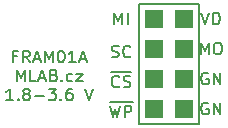
<source format=gbr>
%TF.GenerationSoftware,KiCad,Pcbnew,7.0.5.1-1-g8f565ef7f0-dirty-deb11*%
%TF.CreationDate,2023-07-20T12:04:26+00:00*%
%TF.ProjectId,FRAM01,4652414d-3031-42e6-9b69-6361645f7063,rev?*%
%TF.SameCoordinates,Original*%
%TF.FileFunction,Legend,Top*%
%TF.FilePolarity,Positive*%
%FSLAX46Y46*%
G04 Gerber Fmt 4.6, Leading zero omitted, Abs format (unit mm)*
G04 Created by KiCad (PCBNEW 7.0.5.1-1-g8f565ef7f0-dirty-deb11) date 2023-07-20 12:04:26*
%MOMM*%
%LPD*%
G01*
G04 APERTURE LIST*
%ADD10C,0.150000*%
%ADD11R,1.524000X1.524000*%
G04 APERTURE END LIST*
D10*
X150042667Y-82004819D02*
X150376000Y-83004819D01*
X150376000Y-83004819D02*
X150709333Y-82004819D01*
X151042667Y-83004819D02*
X151042667Y-82004819D01*
X151042667Y-82004819D02*
X151280762Y-82004819D01*
X151280762Y-82004819D02*
X151423619Y-82052438D01*
X151423619Y-82052438D02*
X151518857Y-82147676D01*
X151518857Y-82147676D02*
X151566476Y-82242914D01*
X151566476Y-82242914D02*
X151614095Y-82433390D01*
X151614095Y-82433390D02*
X151614095Y-82576247D01*
X151614095Y-82576247D02*
X151566476Y-82766723D01*
X151566476Y-82766723D02*
X151518857Y-82861961D01*
X151518857Y-82861961D02*
X151423619Y-82957200D01*
X151423619Y-82957200D02*
X151280762Y-83004819D01*
X151280762Y-83004819D02*
X151042667Y-83004819D01*
X150614095Y-87132438D02*
X150518857Y-87084819D01*
X150518857Y-87084819D02*
X150376000Y-87084819D01*
X150376000Y-87084819D02*
X150233143Y-87132438D01*
X150233143Y-87132438D02*
X150137905Y-87227676D01*
X150137905Y-87227676D02*
X150090286Y-87322914D01*
X150090286Y-87322914D02*
X150042667Y-87513390D01*
X150042667Y-87513390D02*
X150042667Y-87656247D01*
X150042667Y-87656247D02*
X150090286Y-87846723D01*
X150090286Y-87846723D02*
X150137905Y-87941961D01*
X150137905Y-87941961D02*
X150233143Y-88037200D01*
X150233143Y-88037200D02*
X150376000Y-88084819D01*
X150376000Y-88084819D02*
X150471238Y-88084819D01*
X150471238Y-88084819D02*
X150614095Y-88037200D01*
X150614095Y-88037200D02*
X150661714Y-87989580D01*
X150661714Y-87989580D02*
X150661714Y-87656247D01*
X150661714Y-87656247D02*
X150471238Y-87656247D01*
X151090286Y-88084819D02*
X151090286Y-87084819D01*
X151090286Y-87084819D02*
X151661714Y-88084819D01*
X151661714Y-88084819D02*
X151661714Y-87084819D01*
X142684572Y-83004819D02*
X142684572Y-82004819D01*
X142684572Y-82004819D02*
X143017905Y-82719104D01*
X143017905Y-82719104D02*
X143351238Y-82004819D01*
X143351238Y-82004819D02*
X143351238Y-83004819D01*
X143827429Y-83004819D02*
X143827429Y-82004819D01*
X134421904Y-85697009D02*
X134088571Y-85697009D01*
X134088571Y-86220819D02*
X134088571Y-85220819D01*
X134088571Y-85220819D02*
X134564761Y-85220819D01*
X135517142Y-86220819D02*
X135183809Y-85744628D01*
X134945714Y-86220819D02*
X134945714Y-85220819D01*
X134945714Y-85220819D02*
X135326666Y-85220819D01*
X135326666Y-85220819D02*
X135421904Y-85268438D01*
X135421904Y-85268438D02*
X135469523Y-85316057D01*
X135469523Y-85316057D02*
X135517142Y-85411295D01*
X135517142Y-85411295D02*
X135517142Y-85554152D01*
X135517142Y-85554152D02*
X135469523Y-85649390D01*
X135469523Y-85649390D02*
X135421904Y-85697009D01*
X135421904Y-85697009D02*
X135326666Y-85744628D01*
X135326666Y-85744628D02*
X134945714Y-85744628D01*
X135898095Y-85935104D02*
X136374285Y-85935104D01*
X135802857Y-86220819D02*
X136136190Y-85220819D01*
X136136190Y-85220819D02*
X136469523Y-86220819D01*
X136802857Y-86220819D02*
X136802857Y-85220819D01*
X136802857Y-85220819D02*
X137136190Y-85935104D01*
X137136190Y-85935104D02*
X137469523Y-85220819D01*
X137469523Y-85220819D02*
X137469523Y-86220819D01*
X138136190Y-85220819D02*
X138231428Y-85220819D01*
X138231428Y-85220819D02*
X138326666Y-85268438D01*
X138326666Y-85268438D02*
X138374285Y-85316057D01*
X138374285Y-85316057D02*
X138421904Y-85411295D01*
X138421904Y-85411295D02*
X138469523Y-85601771D01*
X138469523Y-85601771D02*
X138469523Y-85839866D01*
X138469523Y-85839866D02*
X138421904Y-86030342D01*
X138421904Y-86030342D02*
X138374285Y-86125580D01*
X138374285Y-86125580D02*
X138326666Y-86173200D01*
X138326666Y-86173200D02*
X138231428Y-86220819D01*
X138231428Y-86220819D02*
X138136190Y-86220819D01*
X138136190Y-86220819D02*
X138040952Y-86173200D01*
X138040952Y-86173200D02*
X137993333Y-86125580D01*
X137993333Y-86125580D02*
X137945714Y-86030342D01*
X137945714Y-86030342D02*
X137898095Y-85839866D01*
X137898095Y-85839866D02*
X137898095Y-85601771D01*
X137898095Y-85601771D02*
X137945714Y-85411295D01*
X137945714Y-85411295D02*
X137993333Y-85316057D01*
X137993333Y-85316057D02*
X138040952Y-85268438D01*
X138040952Y-85268438D02*
X138136190Y-85220819D01*
X139421904Y-86220819D02*
X138850476Y-86220819D01*
X139136190Y-86220819D02*
X139136190Y-85220819D01*
X139136190Y-85220819D02*
X139040952Y-85363676D01*
X139040952Y-85363676D02*
X138945714Y-85458914D01*
X138945714Y-85458914D02*
X138850476Y-85506533D01*
X139802857Y-85935104D02*
X140279047Y-85935104D01*
X139707619Y-86220819D02*
X140040952Y-85220819D01*
X140040952Y-85220819D02*
X140374285Y-86220819D01*
X134421905Y-87830819D02*
X134421905Y-86830819D01*
X134421905Y-86830819D02*
X134755238Y-87545104D01*
X134755238Y-87545104D02*
X135088571Y-86830819D01*
X135088571Y-86830819D02*
X135088571Y-87830819D01*
X136040952Y-87830819D02*
X135564762Y-87830819D01*
X135564762Y-87830819D02*
X135564762Y-86830819D01*
X136326667Y-87545104D02*
X136802857Y-87545104D01*
X136231429Y-87830819D02*
X136564762Y-86830819D01*
X136564762Y-86830819D02*
X136898095Y-87830819D01*
X137564762Y-87307009D02*
X137707619Y-87354628D01*
X137707619Y-87354628D02*
X137755238Y-87402247D01*
X137755238Y-87402247D02*
X137802857Y-87497485D01*
X137802857Y-87497485D02*
X137802857Y-87640342D01*
X137802857Y-87640342D02*
X137755238Y-87735580D01*
X137755238Y-87735580D02*
X137707619Y-87783200D01*
X137707619Y-87783200D02*
X137612381Y-87830819D01*
X137612381Y-87830819D02*
X137231429Y-87830819D01*
X137231429Y-87830819D02*
X137231429Y-86830819D01*
X137231429Y-86830819D02*
X137564762Y-86830819D01*
X137564762Y-86830819D02*
X137660000Y-86878438D01*
X137660000Y-86878438D02*
X137707619Y-86926057D01*
X137707619Y-86926057D02*
X137755238Y-87021295D01*
X137755238Y-87021295D02*
X137755238Y-87116533D01*
X137755238Y-87116533D02*
X137707619Y-87211771D01*
X137707619Y-87211771D02*
X137660000Y-87259390D01*
X137660000Y-87259390D02*
X137564762Y-87307009D01*
X137564762Y-87307009D02*
X137231429Y-87307009D01*
X138231429Y-87735580D02*
X138279048Y-87783200D01*
X138279048Y-87783200D02*
X138231429Y-87830819D01*
X138231429Y-87830819D02*
X138183810Y-87783200D01*
X138183810Y-87783200D02*
X138231429Y-87735580D01*
X138231429Y-87735580D02*
X138231429Y-87830819D01*
X139136190Y-87783200D02*
X139040952Y-87830819D01*
X139040952Y-87830819D02*
X138850476Y-87830819D01*
X138850476Y-87830819D02*
X138755238Y-87783200D01*
X138755238Y-87783200D02*
X138707619Y-87735580D01*
X138707619Y-87735580D02*
X138660000Y-87640342D01*
X138660000Y-87640342D02*
X138660000Y-87354628D01*
X138660000Y-87354628D02*
X138707619Y-87259390D01*
X138707619Y-87259390D02*
X138755238Y-87211771D01*
X138755238Y-87211771D02*
X138850476Y-87164152D01*
X138850476Y-87164152D02*
X139040952Y-87164152D01*
X139040952Y-87164152D02*
X139136190Y-87211771D01*
X139469524Y-87164152D02*
X139993333Y-87164152D01*
X139993333Y-87164152D02*
X139469524Y-87830819D01*
X139469524Y-87830819D02*
X139993333Y-87830819D01*
X134112381Y-89440819D02*
X133540953Y-89440819D01*
X133826667Y-89440819D02*
X133826667Y-88440819D01*
X133826667Y-88440819D02*
X133731429Y-88583676D01*
X133731429Y-88583676D02*
X133636191Y-88678914D01*
X133636191Y-88678914D02*
X133540953Y-88726533D01*
X134540953Y-89345580D02*
X134588572Y-89393200D01*
X134588572Y-89393200D02*
X134540953Y-89440819D01*
X134540953Y-89440819D02*
X134493334Y-89393200D01*
X134493334Y-89393200D02*
X134540953Y-89345580D01*
X134540953Y-89345580D02*
X134540953Y-89440819D01*
X135160000Y-88869390D02*
X135064762Y-88821771D01*
X135064762Y-88821771D02*
X135017143Y-88774152D01*
X135017143Y-88774152D02*
X134969524Y-88678914D01*
X134969524Y-88678914D02*
X134969524Y-88631295D01*
X134969524Y-88631295D02*
X135017143Y-88536057D01*
X135017143Y-88536057D02*
X135064762Y-88488438D01*
X135064762Y-88488438D02*
X135160000Y-88440819D01*
X135160000Y-88440819D02*
X135350476Y-88440819D01*
X135350476Y-88440819D02*
X135445714Y-88488438D01*
X135445714Y-88488438D02*
X135493333Y-88536057D01*
X135493333Y-88536057D02*
X135540952Y-88631295D01*
X135540952Y-88631295D02*
X135540952Y-88678914D01*
X135540952Y-88678914D02*
X135493333Y-88774152D01*
X135493333Y-88774152D02*
X135445714Y-88821771D01*
X135445714Y-88821771D02*
X135350476Y-88869390D01*
X135350476Y-88869390D02*
X135160000Y-88869390D01*
X135160000Y-88869390D02*
X135064762Y-88917009D01*
X135064762Y-88917009D02*
X135017143Y-88964628D01*
X135017143Y-88964628D02*
X134969524Y-89059866D01*
X134969524Y-89059866D02*
X134969524Y-89250342D01*
X134969524Y-89250342D02*
X135017143Y-89345580D01*
X135017143Y-89345580D02*
X135064762Y-89393200D01*
X135064762Y-89393200D02*
X135160000Y-89440819D01*
X135160000Y-89440819D02*
X135350476Y-89440819D01*
X135350476Y-89440819D02*
X135445714Y-89393200D01*
X135445714Y-89393200D02*
X135493333Y-89345580D01*
X135493333Y-89345580D02*
X135540952Y-89250342D01*
X135540952Y-89250342D02*
X135540952Y-89059866D01*
X135540952Y-89059866D02*
X135493333Y-88964628D01*
X135493333Y-88964628D02*
X135445714Y-88917009D01*
X135445714Y-88917009D02*
X135350476Y-88869390D01*
X135969524Y-89059866D02*
X136731429Y-89059866D01*
X137112381Y-88440819D02*
X137731428Y-88440819D01*
X137731428Y-88440819D02*
X137398095Y-88821771D01*
X137398095Y-88821771D02*
X137540952Y-88821771D01*
X137540952Y-88821771D02*
X137636190Y-88869390D01*
X137636190Y-88869390D02*
X137683809Y-88917009D01*
X137683809Y-88917009D02*
X137731428Y-89012247D01*
X137731428Y-89012247D02*
X137731428Y-89250342D01*
X137731428Y-89250342D02*
X137683809Y-89345580D01*
X137683809Y-89345580D02*
X137636190Y-89393200D01*
X137636190Y-89393200D02*
X137540952Y-89440819D01*
X137540952Y-89440819D02*
X137255238Y-89440819D01*
X137255238Y-89440819D02*
X137160000Y-89393200D01*
X137160000Y-89393200D02*
X137112381Y-89345580D01*
X138160000Y-89345580D02*
X138207619Y-89393200D01*
X138207619Y-89393200D02*
X138160000Y-89440819D01*
X138160000Y-89440819D02*
X138112381Y-89393200D01*
X138112381Y-89393200D02*
X138160000Y-89345580D01*
X138160000Y-89345580D02*
X138160000Y-89440819D01*
X139064761Y-88440819D02*
X138874285Y-88440819D01*
X138874285Y-88440819D02*
X138779047Y-88488438D01*
X138779047Y-88488438D02*
X138731428Y-88536057D01*
X138731428Y-88536057D02*
X138636190Y-88678914D01*
X138636190Y-88678914D02*
X138588571Y-88869390D01*
X138588571Y-88869390D02*
X138588571Y-89250342D01*
X138588571Y-89250342D02*
X138636190Y-89345580D01*
X138636190Y-89345580D02*
X138683809Y-89393200D01*
X138683809Y-89393200D02*
X138779047Y-89440819D01*
X138779047Y-89440819D02*
X138969523Y-89440819D01*
X138969523Y-89440819D02*
X139064761Y-89393200D01*
X139064761Y-89393200D02*
X139112380Y-89345580D01*
X139112380Y-89345580D02*
X139159999Y-89250342D01*
X139159999Y-89250342D02*
X139159999Y-89012247D01*
X139159999Y-89012247D02*
X139112380Y-88917009D01*
X139112380Y-88917009D02*
X139064761Y-88869390D01*
X139064761Y-88869390D02*
X138969523Y-88821771D01*
X138969523Y-88821771D02*
X138779047Y-88821771D01*
X138779047Y-88821771D02*
X138683809Y-88869390D01*
X138683809Y-88869390D02*
X138636190Y-88917009D01*
X138636190Y-88917009D02*
X138588571Y-89012247D01*
X140207619Y-88440819D02*
X140540952Y-89440819D01*
X140540952Y-89440819D02*
X140874285Y-88440819D01*
X142327429Y-89878819D02*
X142565524Y-90878819D01*
X142565524Y-90878819D02*
X142756000Y-90164533D01*
X142756000Y-90164533D02*
X142946476Y-90878819D01*
X142946476Y-90878819D02*
X143184572Y-89878819D01*
X143565524Y-90878819D02*
X143565524Y-89878819D01*
X143565524Y-89878819D02*
X143946476Y-89878819D01*
X143946476Y-89878819D02*
X144041714Y-89926438D01*
X144041714Y-89926438D02*
X144089333Y-89974057D01*
X144089333Y-89974057D02*
X144136952Y-90069295D01*
X144136952Y-90069295D02*
X144136952Y-90212152D01*
X144136952Y-90212152D02*
X144089333Y-90307390D01*
X144089333Y-90307390D02*
X144041714Y-90355009D01*
X144041714Y-90355009D02*
X143946476Y-90402628D01*
X143946476Y-90402628D02*
X143565524Y-90402628D01*
X142284572Y-89601200D02*
X144227429Y-89601200D01*
X143089333Y-88243580D02*
X143041714Y-88291200D01*
X143041714Y-88291200D02*
X142898857Y-88338819D01*
X142898857Y-88338819D02*
X142803619Y-88338819D01*
X142803619Y-88338819D02*
X142660762Y-88291200D01*
X142660762Y-88291200D02*
X142565524Y-88195961D01*
X142565524Y-88195961D02*
X142517905Y-88100723D01*
X142517905Y-88100723D02*
X142470286Y-87910247D01*
X142470286Y-87910247D02*
X142470286Y-87767390D01*
X142470286Y-87767390D02*
X142517905Y-87576914D01*
X142517905Y-87576914D02*
X142565524Y-87481676D01*
X142565524Y-87481676D02*
X142660762Y-87386438D01*
X142660762Y-87386438D02*
X142803619Y-87338819D01*
X142803619Y-87338819D02*
X142898857Y-87338819D01*
X142898857Y-87338819D02*
X143041714Y-87386438D01*
X143041714Y-87386438D02*
X143089333Y-87434057D01*
X143470286Y-88291200D02*
X143613143Y-88338819D01*
X143613143Y-88338819D02*
X143851238Y-88338819D01*
X143851238Y-88338819D02*
X143946476Y-88291200D01*
X143946476Y-88291200D02*
X143994095Y-88243580D01*
X143994095Y-88243580D02*
X144041714Y-88148342D01*
X144041714Y-88148342D02*
X144041714Y-88053104D01*
X144041714Y-88053104D02*
X143994095Y-87957866D01*
X143994095Y-87957866D02*
X143946476Y-87910247D01*
X143946476Y-87910247D02*
X143851238Y-87862628D01*
X143851238Y-87862628D02*
X143660762Y-87815009D01*
X143660762Y-87815009D02*
X143565524Y-87767390D01*
X143565524Y-87767390D02*
X143517905Y-87719771D01*
X143517905Y-87719771D02*
X143470286Y-87624533D01*
X143470286Y-87624533D02*
X143470286Y-87529295D01*
X143470286Y-87529295D02*
X143517905Y-87434057D01*
X143517905Y-87434057D02*
X143565524Y-87386438D01*
X143565524Y-87386438D02*
X143660762Y-87338819D01*
X143660762Y-87338819D02*
X143898857Y-87338819D01*
X143898857Y-87338819D02*
X144041714Y-87386438D01*
X142379810Y-87061200D02*
X144132191Y-87061200D01*
X150614095Y-89672438D02*
X150518857Y-89624819D01*
X150518857Y-89624819D02*
X150376000Y-89624819D01*
X150376000Y-89624819D02*
X150233143Y-89672438D01*
X150233143Y-89672438D02*
X150137905Y-89767676D01*
X150137905Y-89767676D02*
X150090286Y-89862914D01*
X150090286Y-89862914D02*
X150042667Y-90053390D01*
X150042667Y-90053390D02*
X150042667Y-90196247D01*
X150042667Y-90196247D02*
X150090286Y-90386723D01*
X150090286Y-90386723D02*
X150137905Y-90481961D01*
X150137905Y-90481961D02*
X150233143Y-90577200D01*
X150233143Y-90577200D02*
X150376000Y-90624819D01*
X150376000Y-90624819D02*
X150471238Y-90624819D01*
X150471238Y-90624819D02*
X150614095Y-90577200D01*
X150614095Y-90577200D02*
X150661714Y-90529580D01*
X150661714Y-90529580D02*
X150661714Y-90196247D01*
X150661714Y-90196247D02*
X150471238Y-90196247D01*
X151090286Y-90624819D02*
X151090286Y-89624819D01*
X151090286Y-89624819D02*
X151661714Y-90624819D01*
X151661714Y-90624819D02*
X151661714Y-89624819D01*
X150018857Y-85544819D02*
X150018857Y-84544819D01*
X150018857Y-84544819D02*
X150352190Y-85259104D01*
X150352190Y-85259104D02*
X150685523Y-84544819D01*
X150685523Y-84544819D02*
X150685523Y-85544819D01*
X151352190Y-84544819D02*
X151542666Y-84544819D01*
X151542666Y-84544819D02*
X151637904Y-84592438D01*
X151637904Y-84592438D02*
X151733142Y-84687676D01*
X151733142Y-84687676D02*
X151780761Y-84878152D01*
X151780761Y-84878152D02*
X151780761Y-85211485D01*
X151780761Y-85211485D02*
X151733142Y-85401961D01*
X151733142Y-85401961D02*
X151637904Y-85497200D01*
X151637904Y-85497200D02*
X151542666Y-85544819D01*
X151542666Y-85544819D02*
X151352190Y-85544819D01*
X151352190Y-85544819D02*
X151256952Y-85497200D01*
X151256952Y-85497200D02*
X151161714Y-85401961D01*
X151161714Y-85401961D02*
X151114095Y-85211485D01*
X151114095Y-85211485D02*
X151114095Y-84878152D01*
X151114095Y-84878152D02*
X151161714Y-84687676D01*
X151161714Y-84687676D02*
X151256952Y-84592438D01*
X151256952Y-84592438D02*
X151352190Y-84544819D01*
X142470286Y-85751200D02*
X142613143Y-85798819D01*
X142613143Y-85798819D02*
X142851238Y-85798819D01*
X142851238Y-85798819D02*
X142946476Y-85751200D01*
X142946476Y-85751200D02*
X142994095Y-85703580D01*
X142994095Y-85703580D02*
X143041714Y-85608342D01*
X143041714Y-85608342D02*
X143041714Y-85513104D01*
X143041714Y-85513104D02*
X142994095Y-85417866D01*
X142994095Y-85417866D02*
X142946476Y-85370247D01*
X142946476Y-85370247D02*
X142851238Y-85322628D01*
X142851238Y-85322628D02*
X142660762Y-85275009D01*
X142660762Y-85275009D02*
X142565524Y-85227390D01*
X142565524Y-85227390D02*
X142517905Y-85179771D01*
X142517905Y-85179771D02*
X142470286Y-85084533D01*
X142470286Y-85084533D02*
X142470286Y-84989295D01*
X142470286Y-84989295D02*
X142517905Y-84894057D01*
X142517905Y-84894057D02*
X142565524Y-84846438D01*
X142565524Y-84846438D02*
X142660762Y-84798819D01*
X142660762Y-84798819D02*
X142898857Y-84798819D01*
X142898857Y-84798819D02*
X143041714Y-84846438D01*
X144041714Y-85703580D02*
X143994095Y-85751200D01*
X143994095Y-85751200D02*
X143851238Y-85798819D01*
X143851238Y-85798819D02*
X143756000Y-85798819D01*
X143756000Y-85798819D02*
X143613143Y-85751200D01*
X143613143Y-85751200D02*
X143517905Y-85655961D01*
X143517905Y-85655961D02*
X143470286Y-85560723D01*
X143470286Y-85560723D02*
X143422667Y-85370247D01*
X143422667Y-85370247D02*
X143422667Y-85227390D01*
X143422667Y-85227390D02*
X143470286Y-85036914D01*
X143470286Y-85036914D02*
X143517905Y-84941676D01*
X143517905Y-84941676D02*
X143613143Y-84846438D01*
X143613143Y-84846438D02*
X143756000Y-84798819D01*
X143756000Y-84798819D02*
X143851238Y-84798819D01*
X143851238Y-84798819D02*
X143994095Y-84846438D01*
X143994095Y-84846438D02*
X144041714Y-84894057D01*
%TO.C,J2*%
X149860000Y-91440000D02*
X144780000Y-91440000D01*
X144780000Y-91440000D02*
X144780000Y-81280000D01*
X149860000Y-81280000D02*
X149860000Y-91440000D01*
X144780000Y-81280000D02*
X149860000Y-81280000D01*
%TD*%
D11*
%TO.C,J2*%
X146050000Y-82550000D03*
X148590000Y-82550000D03*
X146050000Y-85090000D03*
X148590000Y-85090000D03*
X146050000Y-87630000D03*
X148590000Y-87630000D03*
X146050000Y-90170000D03*
X148590000Y-90170000D03*
%TD*%
M02*

</source>
